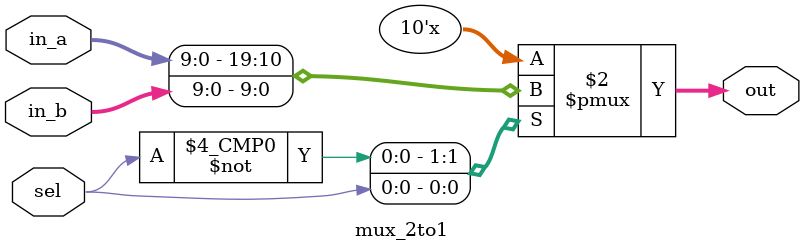
<source format=v>
`timescale 1ns / 1ps
module mux_2to1(
	input [9:0]in_a,
	input [9:0]in_b,
	input sel,
	output reg [9:0]out
    );

always@(sel,in_a,in_b)
begin
	case (sel)
	2'b0: out = in_a;	
	2'b1:	out = in_b;
	endcase
end

endmodule

</source>
